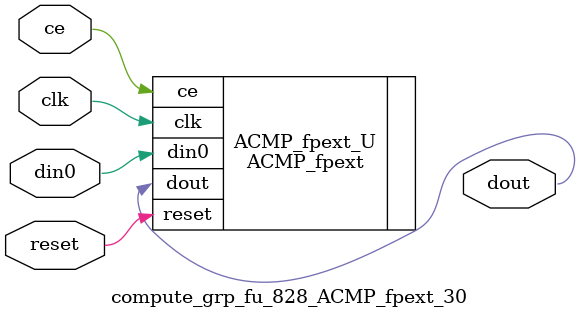
<source format=v>

`timescale 1 ns / 1 ps
module compute_grp_fu_828_ACMP_fpext_30(
    clk,
    reset,
    ce,
    din0,
    dout);

parameter ID = 32'd1;
parameter NUM_STAGE = 32'd1;
parameter din0_WIDTH = 32'd1;
parameter dout_WIDTH = 32'd1;
input clk;
input reset;
input ce;
input[din0_WIDTH - 1:0] din0;
output[dout_WIDTH - 1:0] dout;



ACMP_fpext #(
.ID( ID ),
.NUM_STAGE( 4 ),
.din0_WIDTH( din0_WIDTH ),
.dout_WIDTH( dout_WIDTH ))
ACMP_fpext_U(
    .clk( clk ),
    .reset( reset ),
    .ce( ce ),
    .din0( din0 ),
    .dout( dout ));

endmodule

</source>
